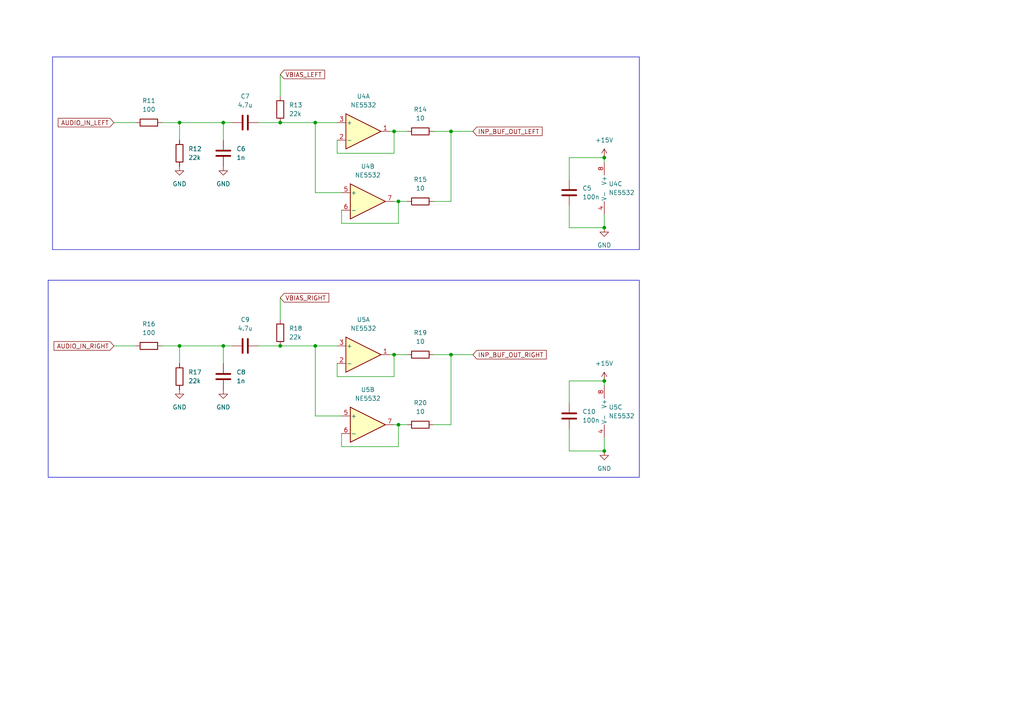
<source format=kicad_sch>
(kicad_sch (version 20250114) (generator "eeschema") (generator_version "9.0")
  (paper "A4")
  (lib_symbols
    (symbol "Amplifier_Operational:NE5532" (pin_names (offset 0.127))
      (property "Reference" "U" (at 0 5.08 0))
      (property "Value" "NE5532" (at 0 -5.08 0))
      (symbol "NE5532_1_1"
        (polyline (pts (xy -5.08 5.08) (xy 5.08 0) (xy -5.08 -5.08) (xy -5.08 5.08)) (stroke (width 0.254)) (fill (type background)))
        (pin input line (at -7.62 2.54 0) (length 2.54) (name "+") (number "3"))
        (pin input line (at -7.62 -2.54 0) (length 2.54) (name "-") (number "2"))
        (pin output line (at 7.62 0 180) (length 2.54) (name "~") (number "1"))
      )
      (symbol "NE5532_2_1"
        (polyline (pts (xy -5.08 5.08) (xy 5.08 0) (xy -5.08 -5.08) (xy -5.08 5.08)) (stroke (width 0.254)) (fill (type background)))
        (pin input line (at -7.62 2.54 0) (length 2.54) (name "+") (number "5"))
        (pin input line (at -7.62 -2.54 0) (length 2.54) (name "-") (number "6"))
        (pin output line (at 7.62 0 180) (length 2.54) (name "~") (number "7"))
      )
      (symbol "NE5532_3_1"
        (pin power_in line (at -2.54 7.62 270) (length 3.81) (name "V+") (number "8"))
        (pin power_in line (at -2.54 -7.62 90) (length 3.81) (name "V-") (number "4"))
      )
    )
    (symbol "Device:C" (pin_numbers (hide yes)) (pin_names (offset 0.254))
      (property "Reference" "C" (at 0.635 2.54 0))
      (property "Value" "C" (at 0.635 -2.54 0))
      (symbol "C_0_1"
        (polyline (pts (xy -2.032 0.762) (xy 2.032 0.762)) (stroke (width 0.508)))
        (polyline (pts (xy -2.032 -0.762) (xy 2.032 -0.762)) (stroke (width 0.508)))
      )
      (symbol "C_1_1"
        (pin passive line (at 0 3.81 270) (length 2.794) (name "~") (number "1"))
        (pin passive line (at 0 -3.81 90) (length 2.794) (name "~") (number "2"))
      )
    )
    (symbol "Device:R" (pin_numbers (hide yes)) (pin_names (offset 0))
      (property "Reference" "R" (at 2.032 0 90))
      (property "Value" "R" (at 0 0 90))
      (symbol "R_0_1"
        (rectangle (start -1.016 -2.54) (end 1.016 2.54) (stroke (width 0.254)))
      )
      (symbol "R_1_1"
        (pin passive line (at 0 3.81 270) (length 1.27) (name "~") (number "1"))
        (pin passive line (at 0 -3.81 90) (length 1.27) (name "~") (number "2"))
      )
    )
    (symbol "power:+15V" (power) (pin_numbers (hide yes)) (pin_names (offset 0) (hide yes))
      (property "Value" "+15V" (at 0 3.556 0))
      (symbol "+15V_0_1"
        (polyline (pts (xy -0.762 1.27) (xy 0 2.54)))
        (polyline (pts (xy 0 2.54) (xy 0.762 1.27)))
        (polyline (pts (xy 0 0) (xy 0 2.54)))
      )
      (symbol "+15V_1_1"
        (pin power_in line (at 0 0 90) (length 0) (name "~") (number "1"))
      )
    )
    (symbol "power:GND" (power) (pin_numbers (hide yes)) (pin_names (offset 0) (hide yes))
      (property "Value" "GND" (at 0 -3.81 0))
      (symbol "GND_0_1"
        (polyline (pts (xy 0 0) (xy 0 -1.27) (xy 1.27 -1.27) (xy 0 -2.54) (xy -1.27 -1.27) (xy 0 -1.27)))
      )
      (symbol "GND_1_1"
        (pin power_in line (at 0 0 270) (length 0) (name "~") (number "1"))
      )
    )
  )
  (junction (at 114.3 38.1))
  (junction (at 64.77 35.56))
  (junction (at 130.81 102.87))
  (junction (at 91.44 35.56))
  (junction (at 115.57 58.42))
  (junction (at 81.28 35.56))
  (junction (at 91.44 100.33))
  (junction (at 64.77 100.33))
  (junction (at 175.26 66.04))
  (junction (at 175.26 110.49))
  (junction (at 52.07 35.56))
  (junction (at 175.26 130.81))
  (junction (at 81.28 100.33))
  (junction (at 115.57 123.19))
  (junction (at 52.07 100.33))
  (junction (at 175.26 45.72))
  (junction (at 114.3 102.87))
  (junction (at 130.81 38.1))
  (wire (pts (xy 130.81 38.1) (xy 130.81 58.42)))
  (wire (pts (xy 33.02 100.33) (xy 39.37 100.33)))
  (polyline (pts (xy 15.24 72.39) (xy 185.42 72.39)))
  (wire (pts (xy 175.26 127) (xy 175.26 130.81)))
  (wire (pts (xy 165.1 130.81) (xy 165.1 124.46)))
  (wire (pts (xy 114.3 102.87) (xy 118.11 102.87)))
  (wire (pts (xy 52.07 100.33) (xy 52.07 105.41)))
  (wire (pts (xy 114.3 123.19) (xy 115.57 123.19)))
  (wire (pts (xy 165.1 130.81) (xy 175.26 130.81)))
  (polyline (pts (xy 15.24 17.78) (xy 15.24 72.39)))
  (wire (pts (xy 64.77 100.33) (xy 64.77 105.41)))
  (wire (pts (xy 52.07 35.56) (xy 52.07 40.64)))
  (wire (pts (xy 74.93 35.56) (xy 81.28 35.56)))
  (wire (pts (xy 114.3 109.22) (xy 114.3 102.87)))
  (wire (pts (xy 130.81 58.42) (xy 125.73 58.42)))
  (wire (pts (xy 175.26 45.72) (xy 175.26 46.99)))
  (wire (pts (xy 97.79 40.64) (xy 97.79 44.45)))
  (wire (pts (xy 97.79 44.45) (xy 114.3 44.45)))
  (wire (pts (xy 115.57 123.19) (xy 118.11 123.19)))
  (wire (pts (xy 99.06 120.65) (xy 91.44 120.65)))
  (wire (pts (xy 125.73 38.1) (xy 130.81 38.1)))
  (wire (pts (xy 52.07 35.56) (xy 64.77 35.56)))
  (polyline (pts (xy 15.24 16.51) (xy 15.24 17.78)))
  (wire (pts (xy 114.3 102.87) (xy 113.03 102.87)))
  (wire (pts (xy 64.77 35.56) (xy 64.77 40.64)))
  (polyline (pts (xy 13.97 138.43) (xy 185.42 138.43)))
  (wire (pts (xy 91.44 55.88) (xy 91.44 35.56)))
  (polyline (pts (xy 13.97 82.55) (xy 13.97 138.43)))
  (wire (pts (xy 91.44 35.56) (xy 97.79 35.56)))
  (wire (pts (xy 165.1 66.04) (xy 175.26 66.04)))
  (wire (pts (xy 99.06 60.96) (xy 99.06 64.77)))
  (wire (pts (xy 130.81 123.19) (xy 125.73 123.19)))
  (wire (pts (xy 99.06 55.88) (xy 91.44 55.88)))
  (wire (pts (xy 130.81 102.87) (xy 137.16 102.87)))
  (wire (pts (xy 165.1 110.49) (xy 175.26 110.49)))
  (wire (pts (xy 46.99 35.56) (xy 52.07 35.56)))
  (wire (pts (xy 97.79 105.41) (xy 97.79 109.22)))
  (wire (pts (xy 114.3 38.1) (xy 118.11 38.1)))
  (wire (pts (xy 81.28 86.36) (xy 81.28 92.71)))
  (wire (pts (xy 64.77 35.56) (xy 67.31 35.56)))
  (wire (pts (xy 175.26 62.23) (xy 175.26 66.04)))
  (polyline (pts (xy 185.42 81.28) (xy 13.97 81.28)))
  (wire (pts (xy 81.28 21.59) (xy 81.28 27.94)))
  (polyline (pts (xy 13.97 81.28) (xy 13.97 82.55)))
  (wire (pts (xy 81.28 100.33) (xy 91.44 100.33)))
  (wire (pts (xy 114.3 38.1) (xy 113.03 38.1)))
  (wire (pts (xy 175.26 110.49) (xy 175.26 111.76)))
  (wire (pts (xy 46.99 100.33) (xy 52.07 100.33)))
  (wire (pts (xy 99.06 129.54) (xy 115.57 129.54)))
  (wire (pts (xy 125.73 102.87) (xy 130.81 102.87)))
  (wire (pts (xy 74.93 100.33) (xy 81.28 100.33)))
  (wire (pts (xy 165.1 52.07) (xy 165.1 45.72)))
  (wire (pts (xy 165.1 45.72) (xy 175.26 45.72)))
  (wire (pts (xy 52.07 100.33) (xy 64.77 100.33)))
  (wire (pts (xy 130.81 102.87) (xy 130.81 123.19)))
  (wire (pts (xy 33.02 35.56) (xy 39.37 35.56)))
  (wire (pts (xy 165.1 116.84) (xy 165.1 110.49)))
  (wire (pts (xy 114.3 44.45) (xy 114.3 38.1)))
  (wire (pts (xy 115.57 64.77) (xy 115.57 58.42)))
  (wire (pts (xy 165.1 66.04) (xy 165.1 59.69)))
  (wire (pts (xy 81.28 35.56) (xy 91.44 35.56)))
  (wire (pts (xy 130.81 38.1) (xy 137.16 38.1)))
  (wire (pts (xy 91.44 120.65) (xy 91.44 100.33)))
  (wire (pts (xy 99.06 64.77) (xy 115.57 64.77)))
  (wire (pts (xy 97.79 109.22) (xy 114.3 109.22)))
  (wire (pts (xy 99.06 125.73) (xy 99.06 129.54)))
  (wire (pts (xy 64.77 100.33) (xy 67.31 100.33)))
  (wire (pts (xy 115.57 58.42) (xy 118.11 58.42)))
  (wire (pts (xy 91.44 100.33) (xy 97.79 100.33)))
  (polyline (pts (xy 185.42 72.39) (xy 185.42 16.51)))
  (polyline (pts (xy 185.42 16.51) (xy 15.24 16.51)))
  (wire (pts (xy 115.57 129.54) (xy 115.57 123.19)))
  (wire (pts (xy 114.3 58.42) (xy 115.57 58.42)))
  (polyline (pts (xy 185.42 138.43) (xy 185.42 81.28)))
  (global_label "INP_BUF_OUT_LEFT" (shape input) (at 137.16 38.1 0) (property "Intersheetrefs" "${INTERSHEET_REFS}" (effects (hide yes))))
  (global_label "INP_BUF_OUT_RIGHT" (shape input) (at 137.16 102.87 0) (property "Intersheetrefs" "${INTERSHEET_REFS}" (effects (hide yes))))
  (global_label "AUDIO_IN_LEFT" (shape input) (at 33.02 35.56 180) (property "Intersheetrefs" "${INTERSHEET_REFS}" (effects (hide yes))))
  (global_label "AUDIO_IN_RIGHT" (shape input) (at 33.02 100.33 180) (property "Intersheetrefs" "${INTERSHEET_REFS}" (effects (hide yes))))
  (global_label "VBIAS_LEFT" (shape input) (at 81.28 21.59 0) (property "Intersheetrefs" "${INTERSHEET_REFS}" (effects (hide yes))))
  (global_label "VBIAS_RIGHT" (shape input) (at 81.28 86.36 0) (property "Intersheetrefs" "${INTERSHEET_REFS}" (effects (hide yes))))
  (symbol (lib_id "Device:R") (at 43.18 35.56 270) (unit 1)
    (property "Reference" "R11" (at 43.18 29.21 90))
    (property "Value" "100" (at 43.18 31.75 90))
    (property "Footprint" "Resistor_SMD:R_0805_2012Metric" (effects (hide yes)))
    (property "Description" "Resistor" (effects (hide yes)))
  )
  (symbol (lib_id "Amplifier_Operational:NE5532") (at 106.68 123.19 0) (unit 2)
    (property "Reference" "U5" (at 106.68 113.03 0))
    (property "Value" "NE5532" (at 106.68 115.57 0))
    (property "Footprint" "Package_SO:SOIC-8_3.9x4.9mm_P1.27mm" (effects (hide yes)))
    (property "Datasheet" "http://www.ti.com/lit/ds/symlink/ne5532.pdf" (effects (hide yes)))
    (property "Description" "Dual Low-Noise Operational Amplifiers, DIP-8/SOIC-8" (effects (hide yes)))
  )
  (symbol (lib_id "Device:R") (at 43.18 100.33 270) (unit 1)
    (property "Reference" "R16" (at 43.18 93.98 90))
    (property "Value" "100" (at 43.18 96.52 90))
    (property "Footprint" "Resistor_SMD:R_0805_2012Metric" (effects (hide yes)))
    (property "Description" "Resistor" (effects (hide yes)))
  )
  (symbol (lib_id "Device:R") (at 52.07 44.45 180) (unit 1)
    (property "Reference" "R12" (at 54.61 43.1799 0) (effects (justify right)))
    (property "Value" "22k" (at 54.61 45.7199 0) (effects (justify right)))
    (property "Footprint" "Resistor_SMD:R_0805_2012Metric" (effects (hide yes)))
    (property "Description" "Resistor" (effects (hide yes)))
  )
  (symbol (lib_id "Device:C") (at 71.12 100.33 90) (unit 1)
    (property "Reference" "C9" (at 71.12 92.71 90))
    (property "Value" "4.7u" (at 71.12 95.25 90))
    (property "Footprint" "Capacitor_SMD:C_0805_2012Metric" (effects (hide yes)))
    (property "Description" "Unpolarized capacitor" (effects (hide yes)))
  )
  (symbol (lib_id "power:GND") (at 175.26 130.81 0) (unit 1)
    (property "Reference" "#PWR019" (effects (hide yes)))
    (property "Value" "GND" (at 175.26 135.89 0))
    (property "Description" "Power symbol creates a global label with name \"GND\" , ground" (effects (hide yes)))
  )
  (symbol (lib_id "Device:C") (at 64.77 44.45 0) (unit 1)
    (property "Reference" "C6" (at 68.58 43.1799 0) (effects (justify left)))
    (property "Value" "1n" (at 68.58 45.7199 0) (effects (justify left)))
    (property "Footprint" "Capacitor_SMD:C_0805_2012Metric" (effects (hide yes)))
    (property "Description" "Unpolarized capacitor" (effects (hide yes)))
  )
  (symbol (lib_id "Amplifier_Operational:NE5532") (at 177.8 54.61 0) (unit 3)
    (property "Reference" "U4" (at 176.53 53.3399 0) (effects (justify left)))
    (property "Value" "NE5532" (at 176.53 55.8799 0) (effects (justify left)))
    (property "Footprint" "Package_SO:SOIC-8_3.9x4.9mm_P1.27mm" (effects (hide yes)))
    (property "Datasheet" "http://www.ti.com/lit/ds/symlink/ne5532.pdf" (effects (hide yes)))
    (property "Description" "Dual Low-Noise Operational Amplifiers, DIP-8/SOIC-8" (effects (hide yes)))
  )
  (symbol (lib_id "Device:R") (at 121.92 58.42 90) (unit 1)
    (property "Reference" "R15" (at 121.92 52.07 90))
    (property "Value" "10" (at 121.92 54.61 90))
    (property "Footprint" "Resistor_SMD:R_0805_2012Metric" (effects (hide yes)))
    (property "Description" "Resistor" (effects (hide yes)))
  )
  (symbol (lib_id "power:GND") (at 64.77 48.26 0) (unit 1)
    (property "Reference" "#PWR015" (effects (hide yes)))
    (property "Value" "GND" (at 64.77 53.34 0))
    (property "Description" "Power symbol creates a global label with name \"GND\" , ground" (effects (hide yes)))
  )
  (symbol (lib_id "Device:C") (at 165.1 120.65 0) (unit 1)
    (property "Reference" "C10" (at 168.91 119.3799 0) (effects (justify left)))
    (property "Value" "100n" (at 168.91 121.9199 0) (effects (justify left)))
    (property "Footprint" "Capacitor_SMD:C_0805_2012Metric" (effects (hide yes)))
    (property "Description" "Unpolarized capacitor" (effects (hide yes)))
  )
  (symbol (lib_id "Device:R") (at 121.92 123.19 90) (unit 1)
    (property "Reference" "R20" (at 121.92 116.84 90))
    (property "Value" "10" (at 121.92 119.38 90))
    (property "Footprint" "Resistor_SMD:R_0805_2012Metric" (effects (hide yes)))
    (property "Description" "Resistor" (effects (hide yes)))
  )
  (symbol (lib_id "power:+15V") (at 175.26 45.72 0) (unit 1)
    (property "Reference" "#PWR012" (effects (hide yes)))
    (property "Value" "+15V" (at 175.26 40.64 0))
    (property "Description" "Power symbol creates a global label with name \"+15V\"" (effects (hide yes)))
  )
  (symbol (lib_id "power:+15V") (at 175.26 110.49 0) (unit 1)
    (property "Reference" "#PWR018" (effects (hide yes)))
    (property "Value" "+15V" (at 175.26 105.41 0))
    (property "Description" "Power symbol creates a global label with name \"+15V\"" (effects (hide yes)))
  )
  (symbol (lib_id "Amplifier_Operational:NE5532") (at 105.41 38.1 0) (unit 1)
    (property "Reference" "U4" (at 105.41 27.94 0))
    (property "Value" "NE5532" (at 105.41 30.48 0))
    (property "Footprint" "Package_SO:SOIC-8_3.9x4.9mm_P1.27mm" (effects (hide yes)))
    (property "Datasheet" "http://www.ti.com/lit/ds/symlink/ne5532.pdf" (effects (hide yes)))
    (property "Description" "Dual Low-Noise Operational Amplifiers, DIP-8/SOIC-8" (effects (hide yes)))
  )
  (symbol (lib_id "Amplifier_Operational:NE5532") (at 177.8 119.38 0) (unit 3)
    (property "Reference" "U5" (at 176.53 118.1099 0) (effects (justify left)))
    (property "Value" "NE5532" (at 176.53 120.6499 0) (effects (justify left)))
    (property "Footprint" "Package_SO:SOIC-8_3.9x4.9mm_P1.27mm" (effects (hide yes)))
    (property "Datasheet" "http://www.ti.com/lit/ds/symlink/ne5532.pdf" (effects (hide yes)))
    (property "Description" "Dual Low-Noise Operational Amplifiers, DIP-8/SOIC-8" (effects (hide yes)))
  )
  (symbol (lib_id "Device:R") (at 121.92 38.1 90) (unit 1)
    (property "Reference" "R14" (at 121.92 31.75 90))
    (property "Value" "10" (at 121.92 34.29 90))
    (property "Footprint" "Resistor_SMD:R_0805_2012Metric" (effects (hide yes)))
    (property "Description" "Resistor" (effects (hide yes)))
  )
  (symbol (lib_id "Amplifier_Operational:NE5532") (at 106.68 58.42 0) (unit 2)
    (property "Reference" "U4" (at 106.68 48.26 0))
    (property "Value" "NE5532" (at 106.68 50.8 0))
    (property "Footprint" "Package_SO:SOIC-8_3.9x4.9mm_P1.27mm" (effects (hide yes)))
    (property "Datasheet" "http://www.ti.com/lit/ds/symlink/ne5532.pdf" (effects (hide yes)))
    (property "Description" "Dual Low-Noise Operational Amplifiers, DIP-8/SOIC-8" (effects (hide yes)))
  )
  (symbol (lib_id "power:GND") (at 64.77 113.03 0) (unit 1)
    (property "Reference" "#PWR017" (effects (hide yes)))
    (property "Value" "GND" (at 64.77 118.11 0))
    (property "Description" "Power symbol creates a global label with name \"GND\" , ground" (effects (hide yes)))
  )
  (symbol (lib_id "Device:R") (at 121.92 102.87 90) (unit 1)
    (property "Reference" "R19" (at 121.92 96.52 90))
    (property "Value" "10" (at 121.92 99.06 90))
    (property "Footprint" "Resistor_SMD:R_0805_2012Metric" (effects (hide yes)))
    (property "Description" "Resistor" (effects (hide yes)))
  )
  (symbol (lib_id "Device:C") (at 71.12 35.56 90) (unit 1)
    (property "Reference" "C7" (at 71.12 27.94 90))
    (property "Value" "4.7u" (at 71.12 30.48 90))
    (property "Footprint" "Capacitor_SMD:C_0805_2012Metric" (effects (hide yes)))
    (property "Description" "Unpolarized capacitor" (effects (hide yes)))
  )
  (symbol (lib_id "Device:C") (at 165.1 55.88 0) (unit 1)
    (property "Reference" "C5" (at 168.91 54.6099 0) (effects (justify left)))
    (property "Value" "100n" (at 168.91 57.1499 0) (effects (justify left)))
    (property "Footprint" "Capacitor_SMD:C_0805_2012Metric" (effects (hide yes)))
    (property "Description" "Unpolarized capacitor" (effects (hide yes)))
  )
  (symbol (lib_id "Device:C") (at 64.77 109.22 0) (unit 1)
    (property "Reference" "C8" (at 68.58 107.9499 0) (effects (justify left)))
    (property "Value" "1n" (at 68.58 110.4899 0) (effects (justify left)))
    (property "Footprint" "Capacitor_SMD:C_0805_2012Metric" (effects (hide yes)))
    (property "Description" "Unpolarized capacitor" (effects (hide yes)))
  )
  (symbol (lib_id "power:GND") (at 52.07 48.26 0) (unit 1)
    (property "Reference" "#PWR014" (effects (hide yes)))
    (property "Value" "GND" (at 52.07 53.34 0))
    (property "Description" "Power symbol creates a global label with name \"GND\" , ground" (effects (hide yes)))
  )
  (symbol (lib_id "Device:R") (at 81.28 31.75 0) (unit 1)
    (property "Reference" "R13" (at 83.82 30.4799 0) (effects (justify left)))
    (property "Value" "22k" (at 83.82 33.0199 0) (effects (justify left)))
    (property "Footprint" "Resistor_SMD:R_0805_2012Metric" (effects (hide yes)))
    (property "Description" "Resistor" (effects (hide yes)))
  )
  (symbol (lib_id "power:GND") (at 175.26 66.04 0) (unit 1)
    (property "Reference" "#PWR013" (effects (hide yes)))
    (property "Value" "GND" (at 175.26 71.12 0))
    (property "Description" "Power symbol creates a global label with name \"GND\" , ground" (effects (hide yes)))
  )
  (symbol (lib_id "Amplifier_Operational:NE5532") (at 105.41 102.87 0) (unit 1)
    (property "Reference" "U5" (at 105.41 92.71 0))
    (property "Value" "NE5532" (at 105.41 95.25 0))
    (property "Footprint" "Package_SO:SOIC-8_3.9x4.9mm_P1.27mm" (effects (hide yes)))
    (property "Datasheet" "http://www.ti.com/lit/ds/symlink/ne5532.pdf" (effects (hide yes)))
    (property "Description" "Dual Low-Noise Operational Amplifiers, DIP-8/SOIC-8" (effects (hide yes)))
  )
  (symbol (lib_id "power:GND") (at 52.07 113.03 0) (unit 1)
    (property "Reference" "#PWR016" (effects (hide yes)))
    (property "Value" "GND" (at 52.07 118.11 0))
    (property "Description" "Power symbol creates a global label with name \"GND\" , ground" (effects (hide yes)))
  )
  (symbol (lib_id "Device:R") (at 52.07 109.22 180) (unit 1)
    (property "Reference" "R17" (at 54.61 107.9499 0) (effects (justify right)))
    (property "Value" "22k" (at 54.61 110.4899 0) (effects (justify right)))
    (property "Footprint" "Resistor_SMD:R_0805_2012Metric" (effects (hide yes)))
    (property "Description" "Resistor" (effects (hide yes)))
  )
  (symbol (lib_id "Device:R") (at 81.28 96.52 0) (unit 1)
    (property "Reference" "R18" (at 83.82 95.2499 0) (effects (justify left)))
    (property "Value" "22k" (at 83.82 97.7899 0) (effects (justify left)))
    (property "Footprint" "Resistor_SMD:R_0805_2012Metric" (effects (hide yes)))
    (property "Description" "Resistor" (effects (hide yes)))
  )
)
</source>
